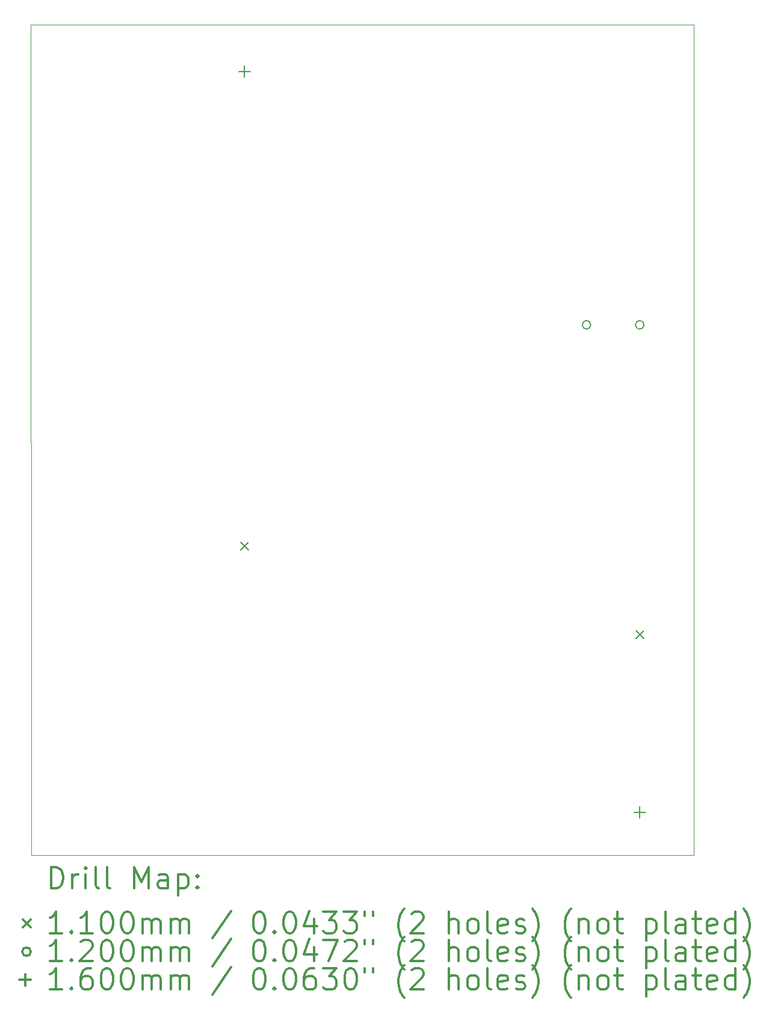
<source format=gbr>
%FSLAX45Y45*%
G04 Gerber Fmt 4.5, Leading zero omitted, Abs format (unit mm)*
G04 Created by KiCad (PCBNEW (5.1.10)-1) date 2022-07-03 20:17:23*
%MOMM*%
%LPD*%
G01*
G04 APERTURE LIST*
%TA.AperFunction,Profile*%
%ADD10C,0.050000*%
%TD*%
%ADD11C,0.200000*%
%ADD12C,0.300000*%
G04 APERTURE END LIST*
D10*
X13716000Y-3175000D02*
X13716000Y-14859000D01*
X13622000Y-3175000D02*
X13716000Y-3175000D01*
X4391000Y-14859000D02*
X4388000Y-3175000D01*
X4445000Y-14859000D02*
X4391000Y-14859000D01*
X13716000Y-14859000D02*
X4445000Y-14859000D01*
X4388000Y-3175000D02*
X13622000Y-3175000D01*
D11*
X7338500Y-10457500D02*
X7448500Y-10567500D01*
X7448500Y-10457500D02*
X7338500Y-10567500D01*
X12899000Y-11699800D02*
X13009000Y-11809800D01*
X13009000Y-11699800D02*
X12899000Y-11809800D01*
X12265000Y-7398000D02*
G75*
G03*
X12265000Y-7398000I-60000J0D01*
G01*
X13015000Y-7398000D02*
G75*
G03*
X13015000Y-7398000I-60000J0D01*
G01*
X7393500Y-3752500D02*
X7393500Y-3912500D01*
X7313500Y-3832500D02*
X7473500Y-3832500D01*
X12954000Y-14174800D02*
X12954000Y-14334800D01*
X12874000Y-14254800D02*
X13034000Y-14254800D01*
D12*
X4671928Y-15327214D02*
X4671928Y-15027214D01*
X4743357Y-15027214D01*
X4786214Y-15041500D01*
X4814786Y-15070071D01*
X4829071Y-15098643D01*
X4843357Y-15155786D01*
X4843357Y-15198643D01*
X4829071Y-15255786D01*
X4814786Y-15284357D01*
X4786214Y-15312929D01*
X4743357Y-15327214D01*
X4671928Y-15327214D01*
X4971928Y-15327214D02*
X4971928Y-15127214D01*
X4971928Y-15184357D02*
X4986214Y-15155786D01*
X5000500Y-15141500D01*
X5029071Y-15127214D01*
X5057643Y-15127214D01*
X5157643Y-15327214D02*
X5157643Y-15127214D01*
X5157643Y-15027214D02*
X5143357Y-15041500D01*
X5157643Y-15055786D01*
X5171928Y-15041500D01*
X5157643Y-15027214D01*
X5157643Y-15055786D01*
X5343357Y-15327214D02*
X5314786Y-15312929D01*
X5300500Y-15284357D01*
X5300500Y-15027214D01*
X5500500Y-15327214D02*
X5471928Y-15312929D01*
X5457643Y-15284357D01*
X5457643Y-15027214D01*
X5843357Y-15327214D02*
X5843357Y-15027214D01*
X5943357Y-15241500D01*
X6043357Y-15027214D01*
X6043357Y-15327214D01*
X6314786Y-15327214D02*
X6314786Y-15170071D01*
X6300500Y-15141500D01*
X6271928Y-15127214D01*
X6214786Y-15127214D01*
X6186214Y-15141500D01*
X6314786Y-15312929D02*
X6286214Y-15327214D01*
X6214786Y-15327214D01*
X6186214Y-15312929D01*
X6171928Y-15284357D01*
X6171928Y-15255786D01*
X6186214Y-15227214D01*
X6214786Y-15212929D01*
X6286214Y-15212929D01*
X6314786Y-15198643D01*
X6457643Y-15127214D02*
X6457643Y-15427214D01*
X6457643Y-15141500D02*
X6486214Y-15127214D01*
X6543357Y-15127214D01*
X6571928Y-15141500D01*
X6586214Y-15155786D01*
X6600500Y-15184357D01*
X6600500Y-15270071D01*
X6586214Y-15298643D01*
X6571928Y-15312929D01*
X6543357Y-15327214D01*
X6486214Y-15327214D01*
X6457643Y-15312929D01*
X6729071Y-15298643D02*
X6743357Y-15312929D01*
X6729071Y-15327214D01*
X6714786Y-15312929D01*
X6729071Y-15298643D01*
X6729071Y-15327214D01*
X6729071Y-15141500D02*
X6743357Y-15155786D01*
X6729071Y-15170071D01*
X6714786Y-15155786D01*
X6729071Y-15141500D01*
X6729071Y-15170071D01*
X4275500Y-15766500D02*
X4385500Y-15876500D01*
X4385500Y-15766500D02*
X4275500Y-15876500D01*
X4829071Y-15957214D02*
X4657643Y-15957214D01*
X4743357Y-15957214D02*
X4743357Y-15657214D01*
X4714786Y-15700071D01*
X4686214Y-15728643D01*
X4657643Y-15742929D01*
X4957643Y-15928643D02*
X4971928Y-15942929D01*
X4957643Y-15957214D01*
X4943357Y-15942929D01*
X4957643Y-15928643D01*
X4957643Y-15957214D01*
X5257643Y-15957214D02*
X5086214Y-15957214D01*
X5171928Y-15957214D02*
X5171928Y-15657214D01*
X5143357Y-15700071D01*
X5114786Y-15728643D01*
X5086214Y-15742929D01*
X5443357Y-15657214D02*
X5471928Y-15657214D01*
X5500500Y-15671500D01*
X5514786Y-15685786D01*
X5529071Y-15714357D01*
X5543357Y-15771500D01*
X5543357Y-15842929D01*
X5529071Y-15900071D01*
X5514786Y-15928643D01*
X5500500Y-15942929D01*
X5471928Y-15957214D01*
X5443357Y-15957214D01*
X5414786Y-15942929D01*
X5400500Y-15928643D01*
X5386214Y-15900071D01*
X5371928Y-15842929D01*
X5371928Y-15771500D01*
X5386214Y-15714357D01*
X5400500Y-15685786D01*
X5414786Y-15671500D01*
X5443357Y-15657214D01*
X5729071Y-15657214D02*
X5757643Y-15657214D01*
X5786214Y-15671500D01*
X5800500Y-15685786D01*
X5814786Y-15714357D01*
X5829071Y-15771500D01*
X5829071Y-15842929D01*
X5814786Y-15900071D01*
X5800500Y-15928643D01*
X5786214Y-15942929D01*
X5757643Y-15957214D01*
X5729071Y-15957214D01*
X5700500Y-15942929D01*
X5686214Y-15928643D01*
X5671928Y-15900071D01*
X5657643Y-15842929D01*
X5657643Y-15771500D01*
X5671928Y-15714357D01*
X5686214Y-15685786D01*
X5700500Y-15671500D01*
X5729071Y-15657214D01*
X5957643Y-15957214D02*
X5957643Y-15757214D01*
X5957643Y-15785786D02*
X5971928Y-15771500D01*
X6000500Y-15757214D01*
X6043357Y-15757214D01*
X6071928Y-15771500D01*
X6086214Y-15800071D01*
X6086214Y-15957214D01*
X6086214Y-15800071D02*
X6100500Y-15771500D01*
X6129071Y-15757214D01*
X6171928Y-15757214D01*
X6200500Y-15771500D01*
X6214786Y-15800071D01*
X6214786Y-15957214D01*
X6357643Y-15957214D02*
X6357643Y-15757214D01*
X6357643Y-15785786D02*
X6371928Y-15771500D01*
X6400500Y-15757214D01*
X6443357Y-15757214D01*
X6471928Y-15771500D01*
X6486214Y-15800071D01*
X6486214Y-15957214D01*
X6486214Y-15800071D02*
X6500500Y-15771500D01*
X6529071Y-15757214D01*
X6571928Y-15757214D01*
X6600500Y-15771500D01*
X6614786Y-15800071D01*
X6614786Y-15957214D01*
X7200500Y-15642929D02*
X6943357Y-16028643D01*
X7586214Y-15657214D02*
X7614786Y-15657214D01*
X7643357Y-15671500D01*
X7657643Y-15685786D01*
X7671928Y-15714357D01*
X7686214Y-15771500D01*
X7686214Y-15842929D01*
X7671928Y-15900071D01*
X7657643Y-15928643D01*
X7643357Y-15942929D01*
X7614786Y-15957214D01*
X7586214Y-15957214D01*
X7557643Y-15942929D01*
X7543357Y-15928643D01*
X7529071Y-15900071D01*
X7514786Y-15842929D01*
X7514786Y-15771500D01*
X7529071Y-15714357D01*
X7543357Y-15685786D01*
X7557643Y-15671500D01*
X7586214Y-15657214D01*
X7814786Y-15928643D02*
X7829071Y-15942929D01*
X7814786Y-15957214D01*
X7800500Y-15942929D01*
X7814786Y-15928643D01*
X7814786Y-15957214D01*
X8014786Y-15657214D02*
X8043357Y-15657214D01*
X8071928Y-15671500D01*
X8086214Y-15685786D01*
X8100500Y-15714357D01*
X8114786Y-15771500D01*
X8114786Y-15842929D01*
X8100500Y-15900071D01*
X8086214Y-15928643D01*
X8071928Y-15942929D01*
X8043357Y-15957214D01*
X8014786Y-15957214D01*
X7986214Y-15942929D01*
X7971928Y-15928643D01*
X7957643Y-15900071D01*
X7943357Y-15842929D01*
X7943357Y-15771500D01*
X7957643Y-15714357D01*
X7971928Y-15685786D01*
X7986214Y-15671500D01*
X8014786Y-15657214D01*
X8371928Y-15757214D02*
X8371928Y-15957214D01*
X8300500Y-15642929D02*
X8229071Y-15857214D01*
X8414786Y-15857214D01*
X8500500Y-15657214D02*
X8686214Y-15657214D01*
X8586214Y-15771500D01*
X8629071Y-15771500D01*
X8657643Y-15785786D01*
X8671928Y-15800071D01*
X8686214Y-15828643D01*
X8686214Y-15900071D01*
X8671928Y-15928643D01*
X8657643Y-15942929D01*
X8629071Y-15957214D01*
X8543357Y-15957214D01*
X8514786Y-15942929D01*
X8500500Y-15928643D01*
X8786214Y-15657214D02*
X8971928Y-15657214D01*
X8871928Y-15771500D01*
X8914786Y-15771500D01*
X8943357Y-15785786D01*
X8957643Y-15800071D01*
X8971928Y-15828643D01*
X8971928Y-15900071D01*
X8957643Y-15928643D01*
X8943357Y-15942929D01*
X8914786Y-15957214D01*
X8829071Y-15957214D01*
X8800500Y-15942929D01*
X8786214Y-15928643D01*
X9086214Y-15657214D02*
X9086214Y-15714357D01*
X9200500Y-15657214D02*
X9200500Y-15714357D01*
X9643357Y-16071500D02*
X9629071Y-16057214D01*
X9600500Y-16014357D01*
X9586214Y-15985786D01*
X9571928Y-15942929D01*
X9557643Y-15871500D01*
X9557643Y-15814357D01*
X9571928Y-15742929D01*
X9586214Y-15700071D01*
X9600500Y-15671500D01*
X9629071Y-15628643D01*
X9643357Y-15614357D01*
X9743357Y-15685786D02*
X9757643Y-15671500D01*
X9786214Y-15657214D01*
X9857643Y-15657214D01*
X9886214Y-15671500D01*
X9900500Y-15685786D01*
X9914786Y-15714357D01*
X9914786Y-15742929D01*
X9900500Y-15785786D01*
X9729071Y-15957214D01*
X9914786Y-15957214D01*
X10271928Y-15957214D02*
X10271928Y-15657214D01*
X10400500Y-15957214D02*
X10400500Y-15800071D01*
X10386214Y-15771500D01*
X10357643Y-15757214D01*
X10314786Y-15757214D01*
X10286214Y-15771500D01*
X10271928Y-15785786D01*
X10586214Y-15957214D02*
X10557643Y-15942929D01*
X10543357Y-15928643D01*
X10529071Y-15900071D01*
X10529071Y-15814357D01*
X10543357Y-15785786D01*
X10557643Y-15771500D01*
X10586214Y-15757214D01*
X10629071Y-15757214D01*
X10657643Y-15771500D01*
X10671928Y-15785786D01*
X10686214Y-15814357D01*
X10686214Y-15900071D01*
X10671928Y-15928643D01*
X10657643Y-15942929D01*
X10629071Y-15957214D01*
X10586214Y-15957214D01*
X10857643Y-15957214D02*
X10829071Y-15942929D01*
X10814786Y-15914357D01*
X10814786Y-15657214D01*
X11086214Y-15942929D02*
X11057643Y-15957214D01*
X11000500Y-15957214D01*
X10971928Y-15942929D01*
X10957643Y-15914357D01*
X10957643Y-15800071D01*
X10971928Y-15771500D01*
X11000500Y-15757214D01*
X11057643Y-15757214D01*
X11086214Y-15771500D01*
X11100500Y-15800071D01*
X11100500Y-15828643D01*
X10957643Y-15857214D01*
X11214786Y-15942929D02*
X11243357Y-15957214D01*
X11300500Y-15957214D01*
X11329071Y-15942929D01*
X11343357Y-15914357D01*
X11343357Y-15900071D01*
X11329071Y-15871500D01*
X11300500Y-15857214D01*
X11257643Y-15857214D01*
X11229071Y-15842929D01*
X11214786Y-15814357D01*
X11214786Y-15800071D01*
X11229071Y-15771500D01*
X11257643Y-15757214D01*
X11300500Y-15757214D01*
X11329071Y-15771500D01*
X11443357Y-16071500D02*
X11457643Y-16057214D01*
X11486214Y-16014357D01*
X11500500Y-15985786D01*
X11514786Y-15942929D01*
X11529071Y-15871500D01*
X11529071Y-15814357D01*
X11514786Y-15742929D01*
X11500500Y-15700071D01*
X11486214Y-15671500D01*
X11457643Y-15628643D01*
X11443357Y-15614357D01*
X11986214Y-16071500D02*
X11971928Y-16057214D01*
X11943357Y-16014357D01*
X11929071Y-15985786D01*
X11914786Y-15942929D01*
X11900500Y-15871500D01*
X11900500Y-15814357D01*
X11914786Y-15742929D01*
X11929071Y-15700071D01*
X11943357Y-15671500D01*
X11971928Y-15628643D01*
X11986214Y-15614357D01*
X12100500Y-15757214D02*
X12100500Y-15957214D01*
X12100500Y-15785786D02*
X12114786Y-15771500D01*
X12143357Y-15757214D01*
X12186214Y-15757214D01*
X12214786Y-15771500D01*
X12229071Y-15800071D01*
X12229071Y-15957214D01*
X12414786Y-15957214D02*
X12386214Y-15942929D01*
X12371928Y-15928643D01*
X12357643Y-15900071D01*
X12357643Y-15814357D01*
X12371928Y-15785786D01*
X12386214Y-15771500D01*
X12414786Y-15757214D01*
X12457643Y-15757214D01*
X12486214Y-15771500D01*
X12500500Y-15785786D01*
X12514786Y-15814357D01*
X12514786Y-15900071D01*
X12500500Y-15928643D01*
X12486214Y-15942929D01*
X12457643Y-15957214D01*
X12414786Y-15957214D01*
X12600500Y-15757214D02*
X12714786Y-15757214D01*
X12643357Y-15657214D02*
X12643357Y-15914357D01*
X12657643Y-15942929D01*
X12686214Y-15957214D01*
X12714786Y-15957214D01*
X13043357Y-15757214D02*
X13043357Y-16057214D01*
X13043357Y-15771500D02*
X13071928Y-15757214D01*
X13129071Y-15757214D01*
X13157643Y-15771500D01*
X13171928Y-15785786D01*
X13186214Y-15814357D01*
X13186214Y-15900071D01*
X13171928Y-15928643D01*
X13157643Y-15942929D01*
X13129071Y-15957214D01*
X13071928Y-15957214D01*
X13043357Y-15942929D01*
X13357643Y-15957214D02*
X13329071Y-15942929D01*
X13314786Y-15914357D01*
X13314786Y-15657214D01*
X13600500Y-15957214D02*
X13600500Y-15800071D01*
X13586214Y-15771500D01*
X13557643Y-15757214D01*
X13500500Y-15757214D01*
X13471928Y-15771500D01*
X13600500Y-15942929D02*
X13571928Y-15957214D01*
X13500500Y-15957214D01*
X13471928Y-15942929D01*
X13457643Y-15914357D01*
X13457643Y-15885786D01*
X13471928Y-15857214D01*
X13500500Y-15842929D01*
X13571928Y-15842929D01*
X13600500Y-15828643D01*
X13700500Y-15757214D02*
X13814786Y-15757214D01*
X13743357Y-15657214D02*
X13743357Y-15914357D01*
X13757643Y-15942929D01*
X13786214Y-15957214D01*
X13814786Y-15957214D01*
X14029071Y-15942929D02*
X14000500Y-15957214D01*
X13943357Y-15957214D01*
X13914786Y-15942929D01*
X13900500Y-15914357D01*
X13900500Y-15800071D01*
X13914786Y-15771500D01*
X13943357Y-15757214D01*
X14000500Y-15757214D01*
X14029071Y-15771500D01*
X14043357Y-15800071D01*
X14043357Y-15828643D01*
X13900500Y-15857214D01*
X14300500Y-15957214D02*
X14300500Y-15657214D01*
X14300500Y-15942929D02*
X14271928Y-15957214D01*
X14214786Y-15957214D01*
X14186214Y-15942929D01*
X14171928Y-15928643D01*
X14157643Y-15900071D01*
X14157643Y-15814357D01*
X14171928Y-15785786D01*
X14186214Y-15771500D01*
X14214786Y-15757214D01*
X14271928Y-15757214D01*
X14300500Y-15771500D01*
X14414786Y-16071500D02*
X14429071Y-16057214D01*
X14457643Y-16014357D01*
X14471928Y-15985786D01*
X14486214Y-15942929D01*
X14500500Y-15871500D01*
X14500500Y-15814357D01*
X14486214Y-15742929D01*
X14471928Y-15700071D01*
X14457643Y-15671500D01*
X14429071Y-15628643D01*
X14414786Y-15614357D01*
X4385500Y-16217500D02*
G75*
G03*
X4385500Y-16217500I-60000J0D01*
G01*
X4829071Y-16353214D02*
X4657643Y-16353214D01*
X4743357Y-16353214D02*
X4743357Y-16053214D01*
X4714786Y-16096071D01*
X4686214Y-16124643D01*
X4657643Y-16138929D01*
X4957643Y-16324643D02*
X4971928Y-16338929D01*
X4957643Y-16353214D01*
X4943357Y-16338929D01*
X4957643Y-16324643D01*
X4957643Y-16353214D01*
X5086214Y-16081786D02*
X5100500Y-16067500D01*
X5129071Y-16053214D01*
X5200500Y-16053214D01*
X5229071Y-16067500D01*
X5243357Y-16081786D01*
X5257643Y-16110357D01*
X5257643Y-16138929D01*
X5243357Y-16181786D01*
X5071928Y-16353214D01*
X5257643Y-16353214D01*
X5443357Y-16053214D02*
X5471928Y-16053214D01*
X5500500Y-16067500D01*
X5514786Y-16081786D01*
X5529071Y-16110357D01*
X5543357Y-16167500D01*
X5543357Y-16238929D01*
X5529071Y-16296071D01*
X5514786Y-16324643D01*
X5500500Y-16338929D01*
X5471928Y-16353214D01*
X5443357Y-16353214D01*
X5414786Y-16338929D01*
X5400500Y-16324643D01*
X5386214Y-16296071D01*
X5371928Y-16238929D01*
X5371928Y-16167500D01*
X5386214Y-16110357D01*
X5400500Y-16081786D01*
X5414786Y-16067500D01*
X5443357Y-16053214D01*
X5729071Y-16053214D02*
X5757643Y-16053214D01*
X5786214Y-16067500D01*
X5800500Y-16081786D01*
X5814786Y-16110357D01*
X5829071Y-16167500D01*
X5829071Y-16238929D01*
X5814786Y-16296071D01*
X5800500Y-16324643D01*
X5786214Y-16338929D01*
X5757643Y-16353214D01*
X5729071Y-16353214D01*
X5700500Y-16338929D01*
X5686214Y-16324643D01*
X5671928Y-16296071D01*
X5657643Y-16238929D01*
X5657643Y-16167500D01*
X5671928Y-16110357D01*
X5686214Y-16081786D01*
X5700500Y-16067500D01*
X5729071Y-16053214D01*
X5957643Y-16353214D02*
X5957643Y-16153214D01*
X5957643Y-16181786D02*
X5971928Y-16167500D01*
X6000500Y-16153214D01*
X6043357Y-16153214D01*
X6071928Y-16167500D01*
X6086214Y-16196071D01*
X6086214Y-16353214D01*
X6086214Y-16196071D02*
X6100500Y-16167500D01*
X6129071Y-16153214D01*
X6171928Y-16153214D01*
X6200500Y-16167500D01*
X6214786Y-16196071D01*
X6214786Y-16353214D01*
X6357643Y-16353214D02*
X6357643Y-16153214D01*
X6357643Y-16181786D02*
X6371928Y-16167500D01*
X6400500Y-16153214D01*
X6443357Y-16153214D01*
X6471928Y-16167500D01*
X6486214Y-16196071D01*
X6486214Y-16353214D01*
X6486214Y-16196071D02*
X6500500Y-16167500D01*
X6529071Y-16153214D01*
X6571928Y-16153214D01*
X6600500Y-16167500D01*
X6614786Y-16196071D01*
X6614786Y-16353214D01*
X7200500Y-16038929D02*
X6943357Y-16424643D01*
X7586214Y-16053214D02*
X7614786Y-16053214D01*
X7643357Y-16067500D01*
X7657643Y-16081786D01*
X7671928Y-16110357D01*
X7686214Y-16167500D01*
X7686214Y-16238929D01*
X7671928Y-16296071D01*
X7657643Y-16324643D01*
X7643357Y-16338929D01*
X7614786Y-16353214D01*
X7586214Y-16353214D01*
X7557643Y-16338929D01*
X7543357Y-16324643D01*
X7529071Y-16296071D01*
X7514786Y-16238929D01*
X7514786Y-16167500D01*
X7529071Y-16110357D01*
X7543357Y-16081786D01*
X7557643Y-16067500D01*
X7586214Y-16053214D01*
X7814786Y-16324643D02*
X7829071Y-16338929D01*
X7814786Y-16353214D01*
X7800500Y-16338929D01*
X7814786Y-16324643D01*
X7814786Y-16353214D01*
X8014786Y-16053214D02*
X8043357Y-16053214D01*
X8071928Y-16067500D01*
X8086214Y-16081786D01*
X8100500Y-16110357D01*
X8114786Y-16167500D01*
X8114786Y-16238929D01*
X8100500Y-16296071D01*
X8086214Y-16324643D01*
X8071928Y-16338929D01*
X8043357Y-16353214D01*
X8014786Y-16353214D01*
X7986214Y-16338929D01*
X7971928Y-16324643D01*
X7957643Y-16296071D01*
X7943357Y-16238929D01*
X7943357Y-16167500D01*
X7957643Y-16110357D01*
X7971928Y-16081786D01*
X7986214Y-16067500D01*
X8014786Y-16053214D01*
X8371928Y-16153214D02*
X8371928Y-16353214D01*
X8300500Y-16038929D02*
X8229071Y-16253214D01*
X8414786Y-16253214D01*
X8500500Y-16053214D02*
X8700500Y-16053214D01*
X8571928Y-16353214D01*
X8800500Y-16081786D02*
X8814786Y-16067500D01*
X8843357Y-16053214D01*
X8914786Y-16053214D01*
X8943357Y-16067500D01*
X8957643Y-16081786D01*
X8971928Y-16110357D01*
X8971928Y-16138929D01*
X8957643Y-16181786D01*
X8786214Y-16353214D01*
X8971928Y-16353214D01*
X9086214Y-16053214D02*
X9086214Y-16110357D01*
X9200500Y-16053214D02*
X9200500Y-16110357D01*
X9643357Y-16467500D02*
X9629071Y-16453214D01*
X9600500Y-16410357D01*
X9586214Y-16381786D01*
X9571928Y-16338929D01*
X9557643Y-16267500D01*
X9557643Y-16210357D01*
X9571928Y-16138929D01*
X9586214Y-16096071D01*
X9600500Y-16067500D01*
X9629071Y-16024643D01*
X9643357Y-16010357D01*
X9743357Y-16081786D02*
X9757643Y-16067500D01*
X9786214Y-16053214D01*
X9857643Y-16053214D01*
X9886214Y-16067500D01*
X9900500Y-16081786D01*
X9914786Y-16110357D01*
X9914786Y-16138929D01*
X9900500Y-16181786D01*
X9729071Y-16353214D01*
X9914786Y-16353214D01*
X10271928Y-16353214D02*
X10271928Y-16053214D01*
X10400500Y-16353214D02*
X10400500Y-16196071D01*
X10386214Y-16167500D01*
X10357643Y-16153214D01*
X10314786Y-16153214D01*
X10286214Y-16167500D01*
X10271928Y-16181786D01*
X10586214Y-16353214D02*
X10557643Y-16338929D01*
X10543357Y-16324643D01*
X10529071Y-16296071D01*
X10529071Y-16210357D01*
X10543357Y-16181786D01*
X10557643Y-16167500D01*
X10586214Y-16153214D01*
X10629071Y-16153214D01*
X10657643Y-16167500D01*
X10671928Y-16181786D01*
X10686214Y-16210357D01*
X10686214Y-16296071D01*
X10671928Y-16324643D01*
X10657643Y-16338929D01*
X10629071Y-16353214D01*
X10586214Y-16353214D01*
X10857643Y-16353214D02*
X10829071Y-16338929D01*
X10814786Y-16310357D01*
X10814786Y-16053214D01*
X11086214Y-16338929D02*
X11057643Y-16353214D01*
X11000500Y-16353214D01*
X10971928Y-16338929D01*
X10957643Y-16310357D01*
X10957643Y-16196071D01*
X10971928Y-16167500D01*
X11000500Y-16153214D01*
X11057643Y-16153214D01*
X11086214Y-16167500D01*
X11100500Y-16196071D01*
X11100500Y-16224643D01*
X10957643Y-16253214D01*
X11214786Y-16338929D02*
X11243357Y-16353214D01*
X11300500Y-16353214D01*
X11329071Y-16338929D01*
X11343357Y-16310357D01*
X11343357Y-16296071D01*
X11329071Y-16267500D01*
X11300500Y-16253214D01*
X11257643Y-16253214D01*
X11229071Y-16238929D01*
X11214786Y-16210357D01*
X11214786Y-16196071D01*
X11229071Y-16167500D01*
X11257643Y-16153214D01*
X11300500Y-16153214D01*
X11329071Y-16167500D01*
X11443357Y-16467500D02*
X11457643Y-16453214D01*
X11486214Y-16410357D01*
X11500500Y-16381786D01*
X11514786Y-16338929D01*
X11529071Y-16267500D01*
X11529071Y-16210357D01*
X11514786Y-16138929D01*
X11500500Y-16096071D01*
X11486214Y-16067500D01*
X11457643Y-16024643D01*
X11443357Y-16010357D01*
X11986214Y-16467500D02*
X11971928Y-16453214D01*
X11943357Y-16410357D01*
X11929071Y-16381786D01*
X11914786Y-16338929D01*
X11900500Y-16267500D01*
X11900500Y-16210357D01*
X11914786Y-16138929D01*
X11929071Y-16096071D01*
X11943357Y-16067500D01*
X11971928Y-16024643D01*
X11986214Y-16010357D01*
X12100500Y-16153214D02*
X12100500Y-16353214D01*
X12100500Y-16181786D02*
X12114786Y-16167500D01*
X12143357Y-16153214D01*
X12186214Y-16153214D01*
X12214786Y-16167500D01*
X12229071Y-16196071D01*
X12229071Y-16353214D01*
X12414786Y-16353214D02*
X12386214Y-16338929D01*
X12371928Y-16324643D01*
X12357643Y-16296071D01*
X12357643Y-16210357D01*
X12371928Y-16181786D01*
X12386214Y-16167500D01*
X12414786Y-16153214D01*
X12457643Y-16153214D01*
X12486214Y-16167500D01*
X12500500Y-16181786D01*
X12514786Y-16210357D01*
X12514786Y-16296071D01*
X12500500Y-16324643D01*
X12486214Y-16338929D01*
X12457643Y-16353214D01*
X12414786Y-16353214D01*
X12600500Y-16153214D02*
X12714786Y-16153214D01*
X12643357Y-16053214D02*
X12643357Y-16310357D01*
X12657643Y-16338929D01*
X12686214Y-16353214D01*
X12714786Y-16353214D01*
X13043357Y-16153214D02*
X13043357Y-16453214D01*
X13043357Y-16167500D02*
X13071928Y-16153214D01*
X13129071Y-16153214D01*
X13157643Y-16167500D01*
X13171928Y-16181786D01*
X13186214Y-16210357D01*
X13186214Y-16296071D01*
X13171928Y-16324643D01*
X13157643Y-16338929D01*
X13129071Y-16353214D01*
X13071928Y-16353214D01*
X13043357Y-16338929D01*
X13357643Y-16353214D02*
X13329071Y-16338929D01*
X13314786Y-16310357D01*
X13314786Y-16053214D01*
X13600500Y-16353214D02*
X13600500Y-16196071D01*
X13586214Y-16167500D01*
X13557643Y-16153214D01*
X13500500Y-16153214D01*
X13471928Y-16167500D01*
X13600500Y-16338929D02*
X13571928Y-16353214D01*
X13500500Y-16353214D01*
X13471928Y-16338929D01*
X13457643Y-16310357D01*
X13457643Y-16281786D01*
X13471928Y-16253214D01*
X13500500Y-16238929D01*
X13571928Y-16238929D01*
X13600500Y-16224643D01*
X13700500Y-16153214D02*
X13814786Y-16153214D01*
X13743357Y-16053214D02*
X13743357Y-16310357D01*
X13757643Y-16338929D01*
X13786214Y-16353214D01*
X13814786Y-16353214D01*
X14029071Y-16338929D02*
X14000500Y-16353214D01*
X13943357Y-16353214D01*
X13914786Y-16338929D01*
X13900500Y-16310357D01*
X13900500Y-16196071D01*
X13914786Y-16167500D01*
X13943357Y-16153214D01*
X14000500Y-16153214D01*
X14029071Y-16167500D01*
X14043357Y-16196071D01*
X14043357Y-16224643D01*
X13900500Y-16253214D01*
X14300500Y-16353214D02*
X14300500Y-16053214D01*
X14300500Y-16338929D02*
X14271928Y-16353214D01*
X14214786Y-16353214D01*
X14186214Y-16338929D01*
X14171928Y-16324643D01*
X14157643Y-16296071D01*
X14157643Y-16210357D01*
X14171928Y-16181786D01*
X14186214Y-16167500D01*
X14214786Y-16153214D01*
X14271928Y-16153214D01*
X14300500Y-16167500D01*
X14414786Y-16467500D02*
X14429071Y-16453214D01*
X14457643Y-16410357D01*
X14471928Y-16381786D01*
X14486214Y-16338929D01*
X14500500Y-16267500D01*
X14500500Y-16210357D01*
X14486214Y-16138929D01*
X14471928Y-16096071D01*
X14457643Y-16067500D01*
X14429071Y-16024643D01*
X14414786Y-16010357D01*
X4305500Y-16533500D02*
X4305500Y-16693500D01*
X4225500Y-16613500D02*
X4385500Y-16613500D01*
X4829071Y-16749214D02*
X4657643Y-16749214D01*
X4743357Y-16749214D02*
X4743357Y-16449214D01*
X4714786Y-16492071D01*
X4686214Y-16520643D01*
X4657643Y-16534929D01*
X4957643Y-16720643D02*
X4971928Y-16734929D01*
X4957643Y-16749214D01*
X4943357Y-16734929D01*
X4957643Y-16720643D01*
X4957643Y-16749214D01*
X5229071Y-16449214D02*
X5171928Y-16449214D01*
X5143357Y-16463500D01*
X5129071Y-16477786D01*
X5100500Y-16520643D01*
X5086214Y-16577786D01*
X5086214Y-16692071D01*
X5100500Y-16720643D01*
X5114786Y-16734929D01*
X5143357Y-16749214D01*
X5200500Y-16749214D01*
X5229071Y-16734929D01*
X5243357Y-16720643D01*
X5257643Y-16692071D01*
X5257643Y-16620643D01*
X5243357Y-16592071D01*
X5229071Y-16577786D01*
X5200500Y-16563500D01*
X5143357Y-16563500D01*
X5114786Y-16577786D01*
X5100500Y-16592071D01*
X5086214Y-16620643D01*
X5443357Y-16449214D02*
X5471928Y-16449214D01*
X5500500Y-16463500D01*
X5514786Y-16477786D01*
X5529071Y-16506357D01*
X5543357Y-16563500D01*
X5543357Y-16634929D01*
X5529071Y-16692071D01*
X5514786Y-16720643D01*
X5500500Y-16734929D01*
X5471928Y-16749214D01*
X5443357Y-16749214D01*
X5414786Y-16734929D01*
X5400500Y-16720643D01*
X5386214Y-16692071D01*
X5371928Y-16634929D01*
X5371928Y-16563500D01*
X5386214Y-16506357D01*
X5400500Y-16477786D01*
X5414786Y-16463500D01*
X5443357Y-16449214D01*
X5729071Y-16449214D02*
X5757643Y-16449214D01*
X5786214Y-16463500D01*
X5800500Y-16477786D01*
X5814786Y-16506357D01*
X5829071Y-16563500D01*
X5829071Y-16634929D01*
X5814786Y-16692071D01*
X5800500Y-16720643D01*
X5786214Y-16734929D01*
X5757643Y-16749214D01*
X5729071Y-16749214D01*
X5700500Y-16734929D01*
X5686214Y-16720643D01*
X5671928Y-16692071D01*
X5657643Y-16634929D01*
X5657643Y-16563500D01*
X5671928Y-16506357D01*
X5686214Y-16477786D01*
X5700500Y-16463500D01*
X5729071Y-16449214D01*
X5957643Y-16749214D02*
X5957643Y-16549214D01*
X5957643Y-16577786D02*
X5971928Y-16563500D01*
X6000500Y-16549214D01*
X6043357Y-16549214D01*
X6071928Y-16563500D01*
X6086214Y-16592071D01*
X6086214Y-16749214D01*
X6086214Y-16592071D02*
X6100500Y-16563500D01*
X6129071Y-16549214D01*
X6171928Y-16549214D01*
X6200500Y-16563500D01*
X6214786Y-16592071D01*
X6214786Y-16749214D01*
X6357643Y-16749214D02*
X6357643Y-16549214D01*
X6357643Y-16577786D02*
X6371928Y-16563500D01*
X6400500Y-16549214D01*
X6443357Y-16549214D01*
X6471928Y-16563500D01*
X6486214Y-16592071D01*
X6486214Y-16749214D01*
X6486214Y-16592071D02*
X6500500Y-16563500D01*
X6529071Y-16549214D01*
X6571928Y-16549214D01*
X6600500Y-16563500D01*
X6614786Y-16592071D01*
X6614786Y-16749214D01*
X7200500Y-16434929D02*
X6943357Y-16820643D01*
X7586214Y-16449214D02*
X7614786Y-16449214D01*
X7643357Y-16463500D01*
X7657643Y-16477786D01*
X7671928Y-16506357D01*
X7686214Y-16563500D01*
X7686214Y-16634929D01*
X7671928Y-16692071D01*
X7657643Y-16720643D01*
X7643357Y-16734929D01*
X7614786Y-16749214D01*
X7586214Y-16749214D01*
X7557643Y-16734929D01*
X7543357Y-16720643D01*
X7529071Y-16692071D01*
X7514786Y-16634929D01*
X7514786Y-16563500D01*
X7529071Y-16506357D01*
X7543357Y-16477786D01*
X7557643Y-16463500D01*
X7586214Y-16449214D01*
X7814786Y-16720643D02*
X7829071Y-16734929D01*
X7814786Y-16749214D01*
X7800500Y-16734929D01*
X7814786Y-16720643D01*
X7814786Y-16749214D01*
X8014786Y-16449214D02*
X8043357Y-16449214D01*
X8071928Y-16463500D01*
X8086214Y-16477786D01*
X8100500Y-16506357D01*
X8114786Y-16563500D01*
X8114786Y-16634929D01*
X8100500Y-16692071D01*
X8086214Y-16720643D01*
X8071928Y-16734929D01*
X8043357Y-16749214D01*
X8014786Y-16749214D01*
X7986214Y-16734929D01*
X7971928Y-16720643D01*
X7957643Y-16692071D01*
X7943357Y-16634929D01*
X7943357Y-16563500D01*
X7957643Y-16506357D01*
X7971928Y-16477786D01*
X7986214Y-16463500D01*
X8014786Y-16449214D01*
X8371928Y-16449214D02*
X8314786Y-16449214D01*
X8286214Y-16463500D01*
X8271928Y-16477786D01*
X8243357Y-16520643D01*
X8229071Y-16577786D01*
X8229071Y-16692071D01*
X8243357Y-16720643D01*
X8257643Y-16734929D01*
X8286214Y-16749214D01*
X8343357Y-16749214D01*
X8371928Y-16734929D01*
X8386214Y-16720643D01*
X8400500Y-16692071D01*
X8400500Y-16620643D01*
X8386214Y-16592071D01*
X8371928Y-16577786D01*
X8343357Y-16563500D01*
X8286214Y-16563500D01*
X8257643Y-16577786D01*
X8243357Y-16592071D01*
X8229071Y-16620643D01*
X8500500Y-16449214D02*
X8686214Y-16449214D01*
X8586214Y-16563500D01*
X8629071Y-16563500D01*
X8657643Y-16577786D01*
X8671928Y-16592071D01*
X8686214Y-16620643D01*
X8686214Y-16692071D01*
X8671928Y-16720643D01*
X8657643Y-16734929D01*
X8629071Y-16749214D01*
X8543357Y-16749214D01*
X8514786Y-16734929D01*
X8500500Y-16720643D01*
X8871928Y-16449214D02*
X8900500Y-16449214D01*
X8929071Y-16463500D01*
X8943357Y-16477786D01*
X8957643Y-16506357D01*
X8971928Y-16563500D01*
X8971928Y-16634929D01*
X8957643Y-16692071D01*
X8943357Y-16720643D01*
X8929071Y-16734929D01*
X8900500Y-16749214D01*
X8871928Y-16749214D01*
X8843357Y-16734929D01*
X8829071Y-16720643D01*
X8814786Y-16692071D01*
X8800500Y-16634929D01*
X8800500Y-16563500D01*
X8814786Y-16506357D01*
X8829071Y-16477786D01*
X8843357Y-16463500D01*
X8871928Y-16449214D01*
X9086214Y-16449214D02*
X9086214Y-16506357D01*
X9200500Y-16449214D02*
X9200500Y-16506357D01*
X9643357Y-16863500D02*
X9629071Y-16849214D01*
X9600500Y-16806357D01*
X9586214Y-16777786D01*
X9571928Y-16734929D01*
X9557643Y-16663500D01*
X9557643Y-16606357D01*
X9571928Y-16534929D01*
X9586214Y-16492071D01*
X9600500Y-16463500D01*
X9629071Y-16420643D01*
X9643357Y-16406357D01*
X9743357Y-16477786D02*
X9757643Y-16463500D01*
X9786214Y-16449214D01*
X9857643Y-16449214D01*
X9886214Y-16463500D01*
X9900500Y-16477786D01*
X9914786Y-16506357D01*
X9914786Y-16534929D01*
X9900500Y-16577786D01*
X9729071Y-16749214D01*
X9914786Y-16749214D01*
X10271928Y-16749214D02*
X10271928Y-16449214D01*
X10400500Y-16749214D02*
X10400500Y-16592071D01*
X10386214Y-16563500D01*
X10357643Y-16549214D01*
X10314786Y-16549214D01*
X10286214Y-16563500D01*
X10271928Y-16577786D01*
X10586214Y-16749214D02*
X10557643Y-16734929D01*
X10543357Y-16720643D01*
X10529071Y-16692071D01*
X10529071Y-16606357D01*
X10543357Y-16577786D01*
X10557643Y-16563500D01*
X10586214Y-16549214D01*
X10629071Y-16549214D01*
X10657643Y-16563500D01*
X10671928Y-16577786D01*
X10686214Y-16606357D01*
X10686214Y-16692071D01*
X10671928Y-16720643D01*
X10657643Y-16734929D01*
X10629071Y-16749214D01*
X10586214Y-16749214D01*
X10857643Y-16749214D02*
X10829071Y-16734929D01*
X10814786Y-16706357D01*
X10814786Y-16449214D01*
X11086214Y-16734929D02*
X11057643Y-16749214D01*
X11000500Y-16749214D01*
X10971928Y-16734929D01*
X10957643Y-16706357D01*
X10957643Y-16592071D01*
X10971928Y-16563500D01*
X11000500Y-16549214D01*
X11057643Y-16549214D01*
X11086214Y-16563500D01*
X11100500Y-16592071D01*
X11100500Y-16620643D01*
X10957643Y-16649214D01*
X11214786Y-16734929D02*
X11243357Y-16749214D01*
X11300500Y-16749214D01*
X11329071Y-16734929D01*
X11343357Y-16706357D01*
X11343357Y-16692071D01*
X11329071Y-16663500D01*
X11300500Y-16649214D01*
X11257643Y-16649214D01*
X11229071Y-16634929D01*
X11214786Y-16606357D01*
X11214786Y-16592071D01*
X11229071Y-16563500D01*
X11257643Y-16549214D01*
X11300500Y-16549214D01*
X11329071Y-16563500D01*
X11443357Y-16863500D02*
X11457643Y-16849214D01*
X11486214Y-16806357D01*
X11500500Y-16777786D01*
X11514786Y-16734929D01*
X11529071Y-16663500D01*
X11529071Y-16606357D01*
X11514786Y-16534929D01*
X11500500Y-16492071D01*
X11486214Y-16463500D01*
X11457643Y-16420643D01*
X11443357Y-16406357D01*
X11986214Y-16863500D02*
X11971928Y-16849214D01*
X11943357Y-16806357D01*
X11929071Y-16777786D01*
X11914786Y-16734929D01*
X11900500Y-16663500D01*
X11900500Y-16606357D01*
X11914786Y-16534929D01*
X11929071Y-16492071D01*
X11943357Y-16463500D01*
X11971928Y-16420643D01*
X11986214Y-16406357D01*
X12100500Y-16549214D02*
X12100500Y-16749214D01*
X12100500Y-16577786D02*
X12114786Y-16563500D01*
X12143357Y-16549214D01*
X12186214Y-16549214D01*
X12214786Y-16563500D01*
X12229071Y-16592071D01*
X12229071Y-16749214D01*
X12414786Y-16749214D02*
X12386214Y-16734929D01*
X12371928Y-16720643D01*
X12357643Y-16692071D01*
X12357643Y-16606357D01*
X12371928Y-16577786D01*
X12386214Y-16563500D01*
X12414786Y-16549214D01*
X12457643Y-16549214D01*
X12486214Y-16563500D01*
X12500500Y-16577786D01*
X12514786Y-16606357D01*
X12514786Y-16692071D01*
X12500500Y-16720643D01*
X12486214Y-16734929D01*
X12457643Y-16749214D01*
X12414786Y-16749214D01*
X12600500Y-16549214D02*
X12714786Y-16549214D01*
X12643357Y-16449214D02*
X12643357Y-16706357D01*
X12657643Y-16734929D01*
X12686214Y-16749214D01*
X12714786Y-16749214D01*
X13043357Y-16549214D02*
X13043357Y-16849214D01*
X13043357Y-16563500D02*
X13071928Y-16549214D01*
X13129071Y-16549214D01*
X13157643Y-16563500D01*
X13171928Y-16577786D01*
X13186214Y-16606357D01*
X13186214Y-16692071D01*
X13171928Y-16720643D01*
X13157643Y-16734929D01*
X13129071Y-16749214D01*
X13071928Y-16749214D01*
X13043357Y-16734929D01*
X13357643Y-16749214D02*
X13329071Y-16734929D01*
X13314786Y-16706357D01*
X13314786Y-16449214D01*
X13600500Y-16749214D02*
X13600500Y-16592071D01*
X13586214Y-16563500D01*
X13557643Y-16549214D01*
X13500500Y-16549214D01*
X13471928Y-16563500D01*
X13600500Y-16734929D02*
X13571928Y-16749214D01*
X13500500Y-16749214D01*
X13471928Y-16734929D01*
X13457643Y-16706357D01*
X13457643Y-16677786D01*
X13471928Y-16649214D01*
X13500500Y-16634929D01*
X13571928Y-16634929D01*
X13600500Y-16620643D01*
X13700500Y-16549214D02*
X13814786Y-16549214D01*
X13743357Y-16449214D02*
X13743357Y-16706357D01*
X13757643Y-16734929D01*
X13786214Y-16749214D01*
X13814786Y-16749214D01*
X14029071Y-16734929D02*
X14000500Y-16749214D01*
X13943357Y-16749214D01*
X13914786Y-16734929D01*
X13900500Y-16706357D01*
X13900500Y-16592071D01*
X13914786Y-16563500D01*
X13943357Y-16549214D01*
X14000500Y-16549214D01*
X14029071Y-16563500D01*
X14043357Y-16592071D01*
X14043357Y-16620643D01*
X13900500Y-16649214D01*
X14300500Y-16749214D02*
X14300500Y-16449214D01*
X14300500Y-16734929D02*
X14271928Y-16749214D01*
X14214786Y-16749214D01*
X14186214Y-16734929D01*
X14171928Y-16720643D01*
X14157643Y-16692071D01*
X14157643Y-16606357D01*
X14171928Y-16577786D01*
X14186214Y-16563500D01*
X14214786Y-16549214D01*
X14271928Y-16549214D01*
X14300500Y-16563500D01*
X14414786Y-16863500D02*
X14429071Y-16849214D01*
X14457643Y-16806357D01*
X14471928Y-16777786D01*
X14486214Y-16734929D01*
X14500500Y-16663500D01*
X14500500Y-16606357D01*
X14486214Y-16534929D01*
X14471928Y-16492071D01*
X14457643Y-16463500D01*
X14429071Y-16420643D01*
X14414786Y-16406357D01*
M02*

</source>
